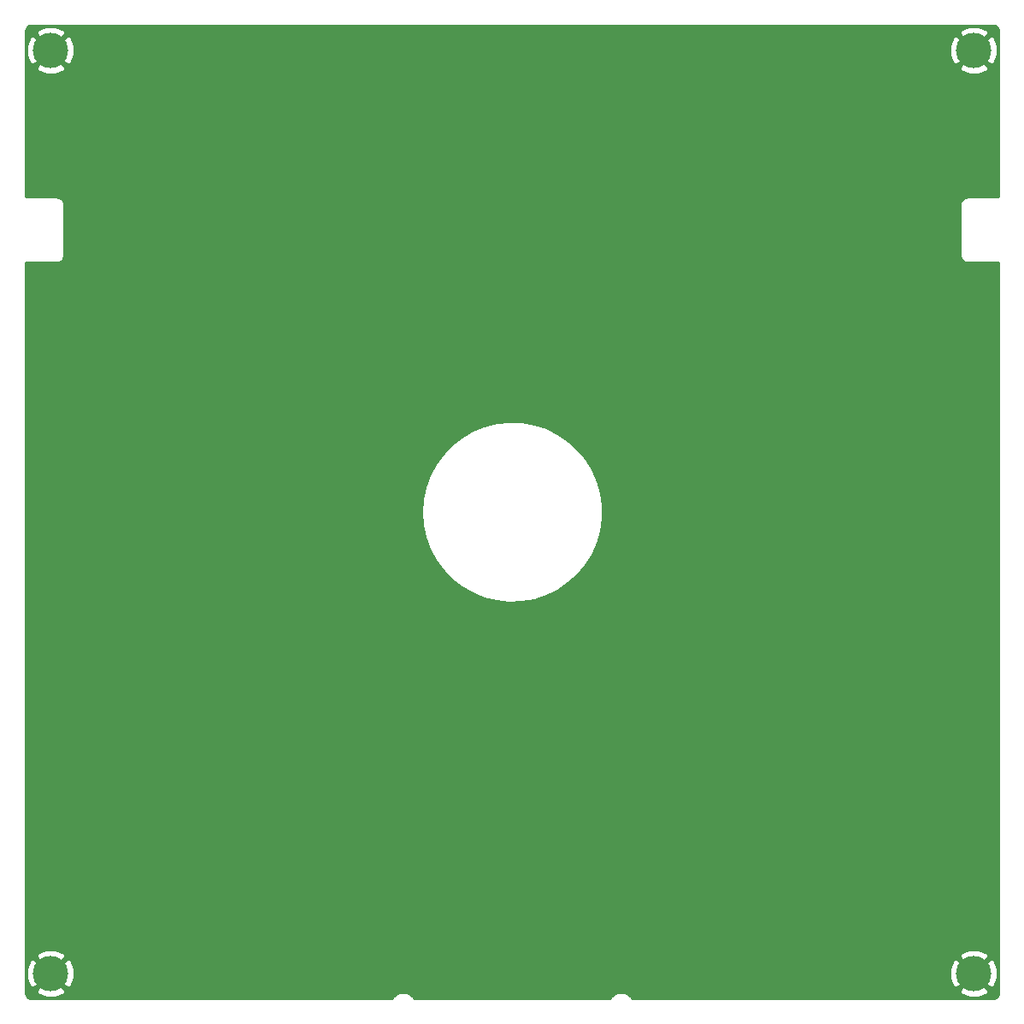
<source format=gbl>
G04 #@! TF.GenerationSoftware,KiCad,Pcbnew,(5.1.5)-3*
G04 #@! TF.CreationDate,2020-11-06T22:39:25+01:00*
G04 #@! TF.ProjectId,C64 Pi1541-II Backplate,43363420-5069-4313-9534-312d49492042,rev?*
G04 #@! TF.SameCoordinates,Original*
G04 #@! TF.FileFunction,Copper,L2,Bot*
G04 #@! TF.FilePolarity,Positive*
%FSLAX46Y46*%
G04 Gerber Fmt 4.6, Leading zero omitted, Abs format (unit mm)*
G04 Created by KiCad (PCBNEW (5.1.5)-3) date 2020-11-06 22:39:25*
%MOMM*%
%LPD*%
G04 APERTURE LIST*
%ADD10C,3.500000*%
%ADD11C,0.254000*%
G04 APERTURE END LIST*
D10*
X75565000Y-149225000D03*
X167005000Y-149225000D03*
X167005000Y-57785000D03*
X75565000Y-57785000D03*
D11*
G36*
X169018109Y-55334005D02*
G01*
X169122101Y-55365402D01*
X169218014Y-55416399D01*
X169302194Y-55485055D01*
X169371440Y-55568758D01*
X169423105Y-55664311D01*
X169455227Y-55768078D01*
X169470000Y-55908641D01*
X169470001Y-72315000D01*
X166404877Y-72315000D01*
X166370000Y-72311565D01*
X166335123Y-72315000D01*
X166230816Y-72325273D01*
X166096980Y-72365872D01*
X165973637Y-72431800D01*
X165865525Y-72520525D01*
X165776800Y-72628637D01*
X165710872Y-72751980D01*
X165670273Y-72885816D01*
X165656565Y-73025000D01*
X165660001Y-73059887D01*
X165660000Y-78070123D01*
X165656565Y-78105000D01*
X165670273Y-78244184D01*
X165710872Y-78378020D01*
X165776800Y-78501363D01*
X165865525Y-78609475D01*
X165969788Y-78695041D01*
X165973637Y-78698200D01*
X166096980Y-78764128D01*
X166230816Y-78804727D01*
X166370000Y-78818435D01*
X166404877Y-78815000D01*
X169470001Y-78815000D01*
X169470000Y-151095280D01*
X169455995Y-151238109D01*
X169424599Y-151342099D01*
X169373601Y-151438013D01*
X169304941Y-151522199D01*
X169221243Y-151591439D01*
X169125689Y-151643105D01*
X169021922Y-151675227D01*
X168881359Y-151690000D01*
X133219374Y-151690000D01*
X133195009Y-151653877D01*
X133159769Y-151600025D01*
X133153504Y-151592342D01*
X133074508Y-151496853D01*
X133028875Y-151451537D01*
X132983824Y-151405532D01*
X132976191Y-151399219D01*
X132976185Y-151399213D01*
X132976178Y-151399209D01*
X132880147Y-151320886D01*
X132826579Y-151285296D01*
X132773450Y-151248917D01*
X132764729Y-151244203D01*
X132655306Y-151186021D01*
X132595826Y-151161505D01*
X132536663Y-151136148D01*
X132527193Y-151133216D01*
X132408552Y-151097396D01*
X132345458Y-151084903D01*
X132282479Y-151071517D01*
X132272620Y-151070481D01*
X132149281Y-151058388D01*
X132118303Y-151058388D01*
X132087511Y-151055040D01*
X132077598Y-151055004D01*
X132073165Y-151055019D01*
X132042272Y-151058154D01*
X132011213Y-151057937D01*
X132001347Y-151058905D01*
X131878096Y-151071860D01*
X131815074Y-151084797D01*
X131751854Y-151096857D01*
X131742364Y-151099722D01*
X131623976Y-151136369D01*
X131564660Y-151161303D01*
X131504988Y-151185412D01*
X131496236Y-151190066D01*
X131387221Y-151249010D01*
X131333877Y-151284991D01*
X131280025Y-151320231D01*
X131272342Y-151326496D01*
X131176853Y-151405492D01*
X131131537Y-151451125D01*
X131085532Y-151496176D01*
X131079219Y-151503809D01*
X131079213Y-151503815D01*
X131079209Y-151503822D01*
X131000886Y-151599853D01*
X130965296Y-151653421D01*
X130940249Y-151690000D01*
X111629374Y-151690000D01*
X111605009Y-151653877D01*
X111569769Y-151600025D01*
X111563504Y-151592342D01*
X111484508Y-151496853D01*
X111438875Y-151451537D01*
X111393824Y-151405532D01*
X111386191Y-151399219D01*
X111386185Y-151399213D01*
X111386178Y-151399209D01*
X111290147Y-151320886D01*
X111236579Y-151285296D01*
X111183450Y-151248917D01*
X111174729Y-151244203D01*
X111065306Y-151186021D01*
X111005826Y-151161505D01*
X110946663Y-151136148D01*
X110937193Y-151133216D01*
X110818552Y-151097396D01*
X110755458Y-151084903D01*
X110692479Y-151071517D01*
X110682620Y-151070481D01*
X110559281Y-151058388D01*
X110528303Y-151058388D01*
X110497511Y-151055040D01*
X110487598Y-151055004D01*
X110483165Y-151055019D01*
X110452272Y-151058154D01*
X110421213Y-151057937D01*
X110411347Y-151058905D01*
X110288096Y-151071860D01*
X110225074Y-151084797D01*
X110161854Y-151096857D01*
X110152364Y-151099722D01*
X110033976Y-151136369D01*
X109974660Y-151161303D01*
X109914988Y-151185412D01*
X109906236Y-151190066D01*
X109797221Y-151249010D01*
X109743877Y-151284991D01*
X109690025Y-151320231D01*
X109682342Y-151326496D01*
X109586853Y-151405492D01*
X109541537Y-151451125D01*
X109495532Y-151496176D01*
X109489219Y-151503809D01*
X109489213Y-151503815D01*
X109489209Y-151503822D01*
X109410886Y-151599853D01*
X109375296Y-151653421D01*
X109350249Y-151690000D01*
X73694720Y-151690000D01*
X73551891Y-151675995D01*
X73447901Y-151644599D01*
X73351987Y-151593601D01*
X73267801Y-151524941D01*
X73198561Y-151441243D01*
X73146895Y-151345689D01*
X73114773Y-151241922D01*
X73100000Y-151101359D01*
X73100000Y-150894609D01*
X74074997Y-150894609D01*
X74261073Y-151235766D01*
X74678409Y-151451513D01*
X75129815Y-151581696D01*
X75597946Y-151621313D01*
X76064811Y-151568842D01*
X76512468Y-151426297D01*
X76868927Y-151235766D01*
X77055003Y-150894609D01*
X165514997Y-150894609D01*
X165701073Y-151235766D01*
X166118409Y-151451513D01*
X166569815Y-151581696D01*
X167037946Y-151621313D01*
X167504811Y-151568842D01*
X167952468Y-151426297D01*
X168308927Y-151235766D01*
X168495003Y-150894609D01*
X167005000Y-149404605D01*
X165514997Y-150894609D01*
X77055003Y-150894609D01*
X75565000Y-149404605D01*
X74074997Y-150894609D01*
X73100000Y-150894609D01*
X73100000Y-149257946D01*
X73168687Y-149257946D01*
X73221158Y-149724811D01*
X73363703Y-150172468D01*
X73554234Y-150528927D01*
X73895391Y-150715003D01*
X75385395Y-149225000D01*
X75744605Y-149225000D01*
X77234609Y-150715003D01*
X77575766Y-150528927D01*
X77791513Y-150111591D01*
X77921696Y-149660185D01*
X77955736Y-149257946D01*
X164608687Y-149257946D01*
X164661158Y-149724811D01*
X164803703Y-150172468D01*
X164994234Y-150528927D01*
X165335391Y-150715003D01*
X166825395Y-149225000D01*
X167184605Y-149225000D01*
X168674609Y-150715003D01*
X169015766Y-150528927D01*
X169231513Y-150111591D01*
X169361696Y-149660185D01*
X169401313Y-149192054D01*
X169348842Y-148725189D01*
X169206297Y-148277532D01*
X169015766Y-147921073D01*
X168674609Y-147734997D01*
X167184605Y-149225000D01*
X166825395Y-149225000D01*
X165335391Y-147734997D01*
X164994234Y-147921073D01*
X164778487Y-148338409D01*
X164648304Y-148789815D01*
X164608687Y-149257946D01*
X77955736Y-149257946D01*
X77961313Y-149192054D01*
X77908842Y-148725189D01*
X77766297Y-148277532D01*
X77575766Y-147921073D01*
X77234609Y-147734997D01*
X75744605Y-149225000D01*
X75385395Y-149225000D01*
X73895391Y-147734997D01*
X73554234Y-147921073D01*
X73338487Y-148338409D01*
X73208304Y-148789815D01*
X73168687Y-149257946D01*
X73100000Y-149257946D01*
X73100000Y-147555391D01*
X74074997Y-147555391D01*
X75565000Y-149045395D01*
X77055003Y-147555391D01*
X165514997Y-147555391D01*
X167005000Y-149045395D01*
X168495003Y-147555391D01*
X168308927Y-147214234D01*
X167891591Y-146998487D01*
X167440185Y-146868304D01*
X166972054Y-146828687D01*
X166505189Y-146881158D01*
X166057532Y-147023703D01*
X165701073Y-147214234D01*
X165514997Y-147555391D01*
X77055003Y-147555391D01*
X76868927Y-147214234D01*
X76451591Y-146998487D01*
X76000185Y-146868304D01*
X75532054Y-146828687D01*
X75065189Y-146881158D01*
X74617532Y-147023703D01*
X74261073Y-147214234D01*
X74074997Y-147555391D01*
X73100000Y-147555391D01*
X73100000Y-103505000D01*
X112300000Y-103505000D01*
X112387441Y-104755470D01*
X112648064Y-105981602D01*
X113076794Y-107159529D01*
X113665288Y-108266325D01*
X114402091Y-109280447D01*
X115272862Y-110182156D01*
X116260652Y-110953903D01*
X117346235Y-111580665D01*
X118508482Y-112050243D01*
X119724771Y-112353498D01*
X120971428Y-112484527D01*
X122224188Y-112440779D01*
X123458668Y-112223107D01*
X124650840Y-111835747D01*
X125777500Y-111286238D01*
X126816718Y-110585277D01*
X127748268Y-109746505D01*
X128554018Y-108786250D01*
X129218284Y-107723202D01*
X129728138Y-106578051D01*
X130073656Y-105373087D01*
X130248113Y-104131762D01*
X130248113Y-102878238D01*
X130073656Y-101636913D01*
X129728138Y-100431949D01*
X129218284Y-99286798D01*
X128554018Y-98223750D01*
X127748268Y-97263495D01*
X126816718Y-96424723D01*
X125777500Y-95723762D01*
X124650840Y-95174253D01*
X123458668Y-94786893D01*
X122224188Y-94569221D01*
X120971428Y-94525473D01*
X119724771Y-94656502D01*
X118508482Y-94959757D01*
X117346235Y-95429335D01*
X116260652Y-96056097D01*
X115272862Y-96827844D01*
X114402091Y-97729553D01*
X113665288Y-98743675D01*
X113076794Y-99850471D01*
X112648064Y-101028398D01*
X112387441Y-102254530D01*
X112300000Y-103505000D01*
X73100000Y-103505000D01*
X73100000Y-78815000D01*
X76165123Y-78815000D01*
X76200000Y-78818435D01*
X76234877Y-78815000D01*
X76339184Y-78804727D01*
X76473020Y-78764128D01*
X76596363Y-78698200D01*
X76704475Y-78609475D01*
X76793200Y-78501363D01*
X76859128Y-78378020D01*
X76899727Y-78244184D01*
X76913435Y-78105000D01*
X76910000Y-78070123D01*
X76910000Y-73059877D01*
X76913435Y-73025000D01*
X76899727Y-72885816D01*
X76859128Y-72751980D01*
X76793200Y-72628637D01*
X76704475Y-72520525D01*
X76596363Y-72431800D01*
X76473020Y-72365872D01*
X76339184Y-72325273D01*
X76234877Y-72315000D01*
X76200000Y-72311565D01*
X76165123Y-72315000D01*
X73100000Y-72315000D01*
X73100000Y-59454609D01*
X74074997Y-59454609D01*
X74261073Y-59795766D01*
X74678409Y-60011513D01*
X75129815Y-60141696D01*
X75597946Y-60181313D01*
X76064811Y-60128842D01*
X76512468Y-59986297D01*
X76868927Y-59795766D01*
X77055003Y-59454609D01*
X165514997Y-59454609D01*
X165701073Y-59795766D01*
X166118409Y-60011513D01*
X166569815Y-60141696D01*
X167037946Y-60181313D01*
X167504811Y-60128842D01*
X167952468Y-59986297D01*
X168308927Y-59795766D01*
X168495003Y-59454609D01*
X167005000Y-57964605D01*
X165514997Y-59454609D01*
X77055003Y-59454609D01*
X75565000Y-57964605D01*
X74074997Y-59454609D01*
X73100000Y-59454609D01*
X73100000Y-57817946D01*
X73168687Y-57817946D01*
X73221158Y-58284811D01*
X73363703Y-58732468D01*
X73554234Y-59088927D01*
X73895391Y-59275003D01*
X75385395Y-57785000D01*
X75744605Y-57785000D01*
X77234609Y-59275003D01*
X77575766Y-59088927D01*
X77791513Y-58671591D01*
X77921696Y-58220185D01*
X77955736Y-57817946D01*
X164608687Y-57817946D01*
X164661158Y-58284811D01*
X164803703Y-58732468D01*
X164994234Y-59088927D01*
X165335391Y-59275003D01*
X166825395Y-57785000D01*
X167184605Y-57785000D01*
X168674609Y-59275003D01*
X169015766Y-59088927D01*
X169231513Y-58671591D01*
X169361696Y-58220185D01*
X169401313Y-57752054D01*
X169348842Y-57285189D01*
X169206297Y-56837532D01*
X169015766Y-56481073D01*
X168674609Y-56294997D01*
X167184605Y-57785000D01*
X166825395Y-57785000D01*
X165335391Y-56294997D01*
X164994234Y-56481073D01*
X164778487Y-56898409D01*
X164648304Y-57349815D01*
X164608687Y-57817946D01*
X77955736Y-57817946D01*
X77961313Y-57752054D01*
X77908842Y-57285189D01*
X77766297Y-56837532D01*
X77575766Y-56481073D01*
X77234609Y-56294997D01*
X75744605Y-57785000D01*
X75385395Y-57785000D01*
X73895391Y-56294997D01*
X73554234Y-56481073D01*
X73338487Y-56898409D01*
X73208304Y-57349815D01*
X73168687Y-57817946D01*
X73100000Y-57817946D01*
X73100000Y-56115391D01*
X74074997Y-56115391D01*
X75565000Y-57605395D01*
X77055003Y-56115391D01*
X165514997Y-56115391D01*
X167005000Y-57605395D01*
X168495003Y-56115391D01*
X168308927Y-55774234D01*
X167891591Y-55558487D01*
X167440185Y-55428304D01*
X166972054Y-55388687D01*
X166505189Y-55441158D01*
X166057532Y-55583703D01*
X165701073Y-55774234D01*
X165514997Y-56115391D01*
X77055003Y-56115391D01*
X76868927Y-55774234D01*
X76451591Y-55558487D01*
X76000185Y-55428304D01*
X75532054Y-55388687D01*
X75065189Y-55441158D01*
X74617532Y-55583703D01*
X74261073Y-55774234D01*
X74074997Y-56115391D01*
X73100000Y-56115391D01*
X73100000Y-55914720D01*
X73114005Y-55771891D01*
X73145402Y-55667899D01*
X73196399Y-55571986D01*
X73265055Y-55487806D01*
X73348758Y-55418560D01*
X73444311Y-55366895D01*
X73548078Y-55334773D01*
X73688641Y-55320000D01*
X168875280Y-55320000D01*
X169018109Y-55334005D01*
G37*
X169018109Y-55334005D02*
X169122101Y-55365402D01*
X169218014Y-55416399D01*
X169302194Y-55485055D01*
X169371440Y-55568758D01*
X169423105Y-55664311D01*
X169455227Y-55768078D01*
X169470000Y-55908641D01*
X169470001Y-72315000D01*
X166404877Y-72315000D01*
X166370000Y-72311565D01*
X166335123Y-72315000D01*
X166230816Y-72325273D01*
X166096980Y-72365872D01*
X165973637Y-72431800D01*
X165865525Y-72520525D01*
X165776800Y-72628637D01*
X165710872Y-72751980D01*
X165670273Y-72885816D01*
X165656565Y-73025000D01*
X165660001Y-73059887D01*
X165660000Y-78070123D01*
X165656565Y-78105000D01*
X165670273Y-78244184D01*
X165710872Y-78378020D01*
X165776800Y-78501363D01*
X165865525Y-78609475D01*
X165969788Y-78695041D01*
X165973637Y-78698200D01*
X166096980Y-78764128D01*
X166230816Y-78804727D01*
X166370000Y-78818435D01*
X166404877Y-78815000D01*
X169470001Y-78815000D01*
X169470000Y-151095280D01*
X169455995Y-151238109D01*
X169424599Y-151342099D01*
X169373601Y-151438013D01*
X169304941Y-151522199D01*
X169221243Y-151591439D01*
X169125689Y-151643105D01*
X169021922Y-151675227D01*
X168881359Y-151690000D01*
X133219374Y-151690000D01*
X133195009Y-151653877D01*
X133159769Y-151600025D01*
X133153504Y-151592342D01*
X133074508Y-151496853D01*
X133028875Y-151451537D01*
X132983824Y-151405532D01*
X132976191Y-151399219D01*
X132976185Y-151399213D01*
X132976178Y-151399209D01*
X132880147Y-151320886D01*
X132826579Y-151285296D01*
X132773450Y-151248917D01*
X132764729Y-151244203D01*
X132655306Y-151186021D01*
X132595826Y-151161505D01*
X132536663Y-151136148D01*
X132527193Y-151133216D01*
X132408552Y-151097396D01*
X132345458Y-151084903D01*
X132282479Y-151071517D01*
X132272620Y-151070481D01*
X132149281Y-151058388D01*
X132118303Y-151058388D01*
X132087511Y-151055040D01*
X132077598Y-151055004D01*
X132073165Y-151055019D01*
X132042272Y-151058154D01*
X132011213Y-151057937D01*
X132001347Y-151058905D01*
X131878096Y-151071860D01*
X131815074Y-151084797D01*
X131751854Y-151096857D01*
X131742364Y-151099722D01*
X131623976Y-151136369D01*
X131564660Y-151161303D01*
X131504988Y-151185412D01*
X131496236Y-151190066D01*
X131387221Y-151249010D01*
X131333877Y-151284991D01*
X131280025Y-151320231D01*
X131272342Y-151326496D01*
X131176853Y-151405492D01*
X131131537Y-151451125D01*
X131085532Y-151496176D01*
X131079219Y-151503809D01*
X131079213Y-151503815D01*
X131079209Y-151503822D01*
X131000886Y-151599853D01*
X130965296Y-151653421D01*
X130940249Y-151690000D01*
X111629374Y-151690000D01*
X111605009Y-151653877D01*
X111569769Y-151600025D01*
X111563504Y-151592342D01*
X111484508Y-151496853D01*
X111438875Y-151451537D01*
X111393824Y-151405532D01*
X111386191Y-151399219D01*
X111386185Y-151399213D01*
X111386178Y-151399209D01*
X111290147Y-151320886D01*
X111236579Y-151285296D01*
X111183450Y-151248917D01*
X111174729Y-151244203D01*
X111065306Y-151186021D01*
X111005826Y-151161505D01*
X110946663Y-151136148D01*
X110937193Y-151133216D01*
X110818552Y-151097396D01*
X110755458Y-151084903D01*
X110692479Y-151071517D01*
X110682620Y-151070481D01*
X110559281Y-151058388D01*
X110528303Y-151058388D01*
X110497511Y-151055040D01*
X110487598Y-151055004D01*
X110483165Y-151055019D01*
X110452272Y-151058154D01*
X110421213Y-151057937D01*
X110411347Y-151058905D01*
X110288096Y-151071860D01*
X110225074Y-151084797D01*
X110161854Y-151096857D01*
X110152364Y-151099722D01*
X110033976Y-151136369D01*
X109974660Y-151161303D01*
X109914988Y-151185412D01*
X109906236Y-151190066D01*
X109797221Y-151249010D01*
X109743877Y-151284991D01*
X109690025Y-151320231D01*
X109682342Y-151326496D01*
X109586853Y-151405492D01*
X109541537Y-151451125D01*
X109495532Y-151496176D01*
X109489219Y-151503809D01*
X109489213Y-151503815D01*
X109489209Y-151503822D01*
X109410886Y-151599853D01*
X109375296Y-151653421D01*
X109350249Y-151690000D01*
X73694720Y-151690000D01*
X73551891Y-151675995D01*
X73447901Y-151644599D01*
X73351987Y-151593601D01*
X73267801Y-151524941D01*
X73198561Y-151441243D01*
X73146895Y-151345689D01*
X73114773Y-151241922D01*
X73100000Y-151101359D01*
X73100000Y-150894609D01*
X74074997Y-150894609D01*
X74261073Y-151235766D01*
X74678409Y-151451513D01*
X75129815Y-151581696D01*
X75597946Y-151621313D01*
X76064811Y-151568842D01*
X76512468Y-151426297D01*
X76868927Y-151235766D01*
X77055003Y-150894609D01*
X165514997Y-150894609D01*
X165701073Y-151235766D01*
X166118409Y-151451513D01*
X166569815Y-151581696D01*
X167037946Y-151621313D01*
X167504811Y-151568842D01*
X167952468Y-151426297D01*
X168308927Y-151235766D01*
X168495003Y-150894609D01*
X167005000Y-149404605D01*
X165514997Y-150894609D01*
X77055003Y-150894609D01*
X75565000Y-149404605D01*
X74074997Y-150894609D01*
X73100000Y-150894609D01*
X73100000Y-149257946D01*
X73168687Y-149257946D01*
X73221158Y-149724811D01*
X73363703Y-150172468D01*
X73554234Y-150528927D01*
X73895391Y-150715003D01*
X75385395Y-149225000D01*
X75744605Y-149225000D01*
X77234609Y-150715003D01*
X77575766Y-150528927D01*
X77791513Y-150111591D01*
X77921696Y-149660185D01*
X77955736Y-149257946D01*
X164608687Y-149257946D01*
X164661158Y-149724811D01*
X164803703Y-150172468D01*
X164994234Y-150528927D01*
X165335391Y-150715003D01*
X166825395Y-149225000D01*
X167184605Y-149225000D01*
X168674609Y-150715003D01*
X169015766Y-150528927D01*
X169231513Y-150111591D01*
X169361696Y-149660185D01*
X169401313Y-149192054D01*
X169348842Y-148725189D01*
X169206297Y-148277532D01*
X169015766Y-147921073D01*
X168674609Y-147734997D01*
X167184605Y-149225000D01*
X166825395Y-149225000D01*
X165335391Y-147734997D01*
X164994234Y-147921073D01*
X164778487Y-148338409D01*
X164648304Y-148789815D01*
X164608687Y-149257946D01*
X77955736Y-149257946D01*
X77961313Y-149192054D01*
X77908842Y-148725189D01*
X77766297Y-148277532D01*
X77575766Y-147921073D01*
X77234609Y-147734997D01*
X75744605Y-149225000D01*
X75385395Y-149225000D01*
X73895391Y-147734997D01*
X73554234Y-147921073D01*
X73338487Y-148338409D01*
X73208304Y-148789815D01*
X73168687Y-149257946D01*
X73100000Y-149257946D01*
X73100000Y-147555391D01*
X74074997Y-147555391D01*
X75565000Y-149045395D01*
X77055003Y-147555391D01*
X165514997Y-147555391D01*
X167005000Y-149045395D01*
X168495003Y-147555391D01*
X168308927Y-147214234D01*
X167891591Y-146998487D01*
X167440185Y-146868304D01*
X166972054Y-146828687D01*
X166505189Y-146881158D01*
X166057532Y-147023703D01*
X165701073Y-147214234D01*
X165514997Y-147555391D01*
X77055003Y-147555391D01*
X76868927Y-147214234D01*
X76451591Y-146998487D01*
X76000185Y-146868304D01*
X75532054Y-146828687D01*
X75065189Y-146881158D01*
X74617532Y-147023703D01*
X74261073Y-147214234D01*
X74074997Y-147555391D01*
X73100000Y-147555391D01*
X73100000Y-103505000D01*
X112300000Y-103505000D01*
X112387441Y-104755470D01*
X112648064Y-105981602D01*
X113076794Y-107159529D01*
X113665288Y-108266325D01*
X114402091Y-109280447D01*
X115272862Y-110182156D01*
X116260652Y-110953903D01*
X117346235Y-111580665D01*
X118508482Y-112050243D01*
X119724771Y-112353498D01*
X120971428Y-112484527D01*
X122224188Y-112440779D01*
X123458668Y-112223107D01*
X124650840Y-111835747D01*
X125777500Y-111286238D01*
X126816718Y-110585277D01*
X127748268Y-109746505D01*
X128554018Y-108786250D01*
X129218284Y-107723202D01*
X129728138Y-106578051D01*
X130073656Y-105373087D01*
X130248113Y-104131762D01*
X130248113Y-102878238D01*
X130073656Y-101636913D01*
X129728138Y-100431949D01*
X129218284Y-99286798D01*
X128554018Y-98223750D01*
X127748268Y-97263495D01*
X126816718Y-96424723D01*
X125777500Y-95723762D01*
X124650840Y-95174253D01*
X123458668Y-94786893D01*
X122224188Y-94569221D01*
X120971428Y-94525473D01*
X119724771Y-94656502D01*
X118508482Y-94959757D01*
X117346235Y-95429335D01*
X116260652Y-96056097D01*
X115272862Y-96827844D01*
X114402091Y-97729553D01*
X113665288Y-98743675D01*
X113076794Y-99850471D01*
X112648064Y-101028398D01*
X112387441Y-102254530D01*
X112300000Y-103505000D01*
X73100000Y-103505000D01*
X73100000Y-78815000D01*
X76165123Y-78815000D01*
X76200000Y-78818435D01*
X76234877Y-78815000D01*
X76339184Y-78804727D01*
X76473020Y-78764128D01*
X76596363Y-78698200D01*
X76704475Y-78609475D01*
X76793200Y-78501363D01*
X76859128Y-78378020D01*
X76899727Y-78244184D01*
X76913435Y-78105000D01*
X76910000Y-78070123D01*
X76910000Y-73059877D01*
X76913435Y-73025000D01*
X76899727Y-72885816D01*
X76859128Y-72751980D01*
X76793200Y-72628637D01*
X76704475Y-72520525D01*
X76596363Y-72431800D01*
X76473020Y-72365872D01*
X76339184Y-72325273D01*
X76234877Y-72315000D01*
X76200000Y-72311565D01*
X76165123Y-72315000D01*
X73100000Y-72315000D01*
X73100000Y-59454609D01*
X74074997Y-59454609D01*
X74261073Y-59795766D01*
X74678409Y-60011513D01*
X75129815Y-60141696D01*
X75597946Y-60181313D01*
X76064811Y-60128842D01*
X76512468Y-59986297D01*
X76868927Y-59795766D01*
X77055003Y-59454609D01*
X165514997Y-59454609D01*
X165701073Y-59795766D01*
X166118409Y-60011513D01*
X166569815Y-60141696D01*
X167037946Y-60181313D01*
X167504811Y-60128842D01*
X167952468Y-59986297D01*
X168308927Y-59795766D01*
X168495003Y-59454609D01*
X167005000Y-57964605D01*
X165514997Y-59454609D01*
X77055003Y-59454609D01*
X75565000Y-57964605D01*
X74074997Y-59454609D01*
X73100000Y-59454609D01*
X73100000Y-57817946D01*
X73168687Y-57817946D01*
X73221158Y-58284811D01*
X73363703Y-58732468D01*
X73554234Y-59088927D01*
X73895391Y-59275003D01*
X75385395Y-57785000D01*
X75744605Y-57785000D01*
X77234609Y-59275003D01*
X77575766Y-59088927D01*
X77791513Y-58671591D01*
X77921696Y-58220185D01*
X77955736Y-57817946D01*
X164608687Y-57817946D01*
X164661158Y-58284811D01*
X164803703Y-58732468D01*
X164994234Y-59088927D01*
X165335391Y-59275003D01*
X166825395Y-57785000D01*
X167184605Y-57785000D01*
X168674609Y-59275003D01*
X169015766Y-59088927D01*
X169231513Y-58671591D01*
X169361696Y-58220185D01*
X169401313Y-57752054D01*
X169348842Y-57285189D01*
X169206297Y-56837532D01*
X169015766Y-56481073D01*
X168674609Y-56294997D01*
X167184605Y-57785000D01*
X166825395Y-57785000D01*
X165335391Y-56294997D01*
X164994234Y-56481073D01*
X164778487Y-56898409D01*
X164648304Y-57349815D01*
X164608687Y-57817946D01*
X77955736Y-57817946D01*
X77961313Y-57752054D01*
X77908842Y-57285189D01*
X77766297Y-56837532D01*
X77575766Y-56481073D01*
X77234609Y-56294997D01*
X75744605Y-57785000D01*
X75385395Y-57785000D01*
X73895391Y-56294997D01*
X73554234Y-56481073D01*
X73338487Y-56898409D01*
X73208304Y-57349815D01*
X73168687Y-57817946D01*
X73100000Y-57817946D01*
X73100000Y-56115391D01*
X74074997Y-56115391D01*
X75565000Y-57605395D01*
X77055003Y-56115391D01*
X165514997Y-56115391D01*
X167005000Y-57605395D01*
X168495003Y-56115391D01*
X168308927Y-55774234D01*
X167891591Y-55558487D01*
X167440185Y-55428304D01*
X166972054Y-55388687D01*
X166505189Y-55441158D01*
X166057532Y-55583703D01*
X165701073Y-55774234D01*
X165514997Y-56115391D01*
X77055003Y-56115391D01*
X76868927Y-55774234D01*
X76451591Y-55558487D01*
X76000185Y-55428304D01*
X75532054Y-55388687D01*
X75065189Y-55441158D01*
X74617532Y-55583703D01*
X74261073Y-55774234D01*
X74074997Y-56115391D01*
X73100000Y-56115391D01*
X73100000Y-55914720D01*
X73114005Y-55771891D01*
X73145402Y-55667899D01*
X73196399Y-55571986D01*
X73265055Y-55487806D01*
X73348758Y-55418560D01*
X73444311Y-55366895D01*
X73548078Y-55334773D01*
X73688641Y-55320000D01*
X168875280Y-55320000D01*
X169018109Y-55334005D01*
M02*

</source>
